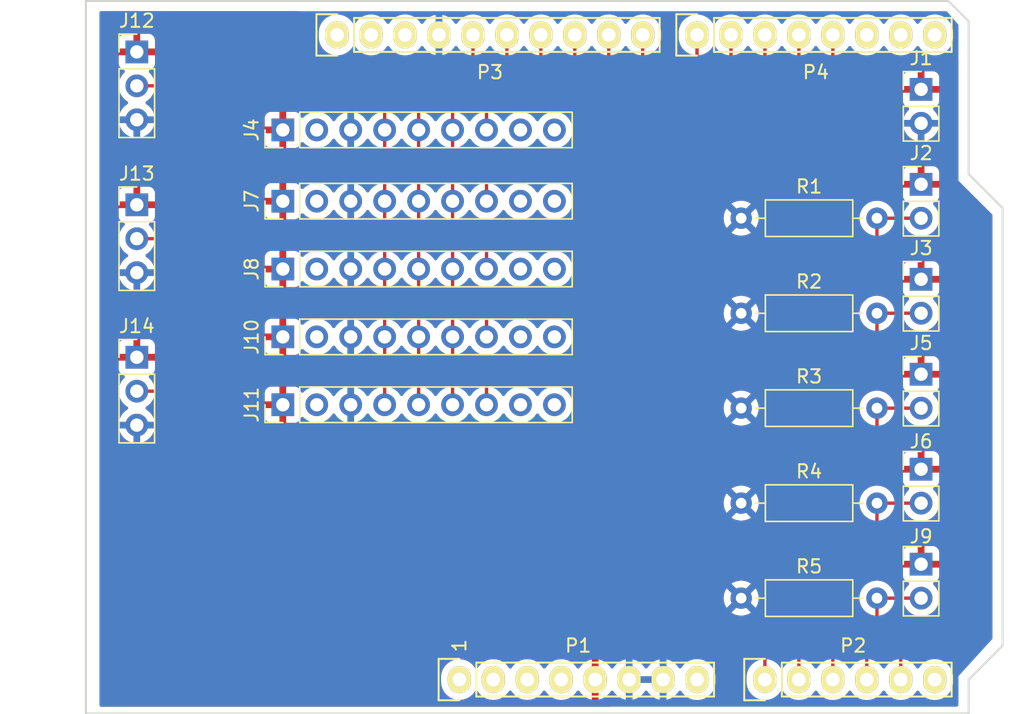
<source format=kicad_pcb>
(kicad_pcb (version 20211014) (generator pcbnew)
  (title_block (date "lun. 30 mars 2015"))
  (layers (0 "F.Cu" signal) (31 "B.Cu" signal) (34 "B.Paste" user) (35 "F.Paste" user) (36 "B.SilkS" user "B.Silkscreen") (37 "F.SilkS" user "F.Silkscreen") (38 "B.Mask" user) (39 "F.Mask" user) (44 "Edge.Cuts" user))
  (net 0 "")
  (net 1 "/IOREF")
  (net 2 "/Reset")
  (net 3 "+5V")
  (net 4 "GND")
  (net 5 "/Vin")
  (net 6 "/A0")
  (net 7 "/A1")
  (net 8 "/A2")
  (net 9 "/A3")
  (net 10 "/AREF")
  (net 11 "/A4(SDA)")
  (net 12 "/A5(SCL)")
  (net 13 "/9(**)")
  (net 14 "/8")
  (net 15 "/7")
  (net 16 "/6(**)")
  (net 17 "/5(**)")
  (net 18 "/4")
  (net 19 "/3(**)")
  (net 20 "/2")
  (net 21 "/1(Tx)")
  (net 22 "/0(Rx)")
  (net 24 "/13(SCK)")
  (net 25 "/11(**{slash}MOSI)")
  (net 26 "/10(**{slash}SS)")
  (net 27 "+3V3")
  (net 28 "/12(MISO)")
  (net 44 "+12V")
  (footprint "Socket_Arduino_Uno:Socket_Strip_Arduino_1x08" (layer "F.Cu") (at 138.938 123.825)
    (fp_text reference "P1" (at 8.89 -2.54) (layer "F.SilkS"))
    (fp_text value "Power")
    (fp_line (start 19.05 1.27) (end 19.05 -1.27) (layer "F.SilkS") (width 0.15))
    (fp_line (start 1.27 1.27) (end 19.05 1.27) (layer "F.SilkS") (width 0.15))
    (fp_line (start 19.05 -1.27) (end 1.27 -1.27) (layer "F.SilkS") (width 0.15))
    (fp_line (start 0 -1.55) (end -1.55 -1.55) (layer "F.SilkS") (width 0.15))
    (fp_line (start -1.55 -1.55) (end -1.55 1.55) (layer "F.SilkS") (width 0.15))
    (fp_line (start -1.55 1.55) (end 0 1.55) (layer "F.SilkS") (width 0.15))
    (fp_line (start 1.27 1.27) (end 1.27 -1.27) (layer "F.SilkS") (width 0.15))
    (pad "1" thru_hole oval locked (at 0 0) (size 1.7272 2.032) (drill 1.016) (layers *.Cu *.Mask "F.SilkS"))
    (pad "2" thru_hole oval locked (at 2.54 0) (size 1.7272 2.032) (drill 1.016) (layers *.Cu *.Mask "F.SilkS") (net 1 "/IOREF"))
    (pad "3" thru_hole oval locked (at 5.08 0) (size 1.7272 2.032) (drill 1.016) (layers *.Cu *.Mask "F.SilkS") (net 2 "/Reset"))
    (pad "4" thru_hole oval locked (at 7.62 0) (size 1.7272 2.032) (drill 1.016) (layers *.Cu *.Mask "F.SilkS") (net 27 "+3V3"))
    (pad "5" thru_hole oval locked (at 10.16 0) (size 1.7272 2.032) (drill 1.016) (layers *.Cu *.Mask "F.SilkS") (net 3 "+5V"))
    (pad "6" thru_hole oval locked (at 12.7 0) (size 1.7272 2.032) (drill 1.016) (layers *.Cu *.Mask "F.SilkS") (net 4 "GND"))
    (pad "7" thru_hole oval locked (at 15.24 0) (size 1.7272 2.032) (drill 1.016) (layers *.Cu *.Mask "F.SilkS") (net 4 "GND"))
    (pad "8" thru_hole oval locked (at 17.78 0) (size 1.7272 2.032) (drill 1.016) (layers *.Cu *.Mask "F.SilkS") (net 5 "/Vin"))
  )
  (footprint "Socket_Arduino_Uno:Socket_Strip_Arduino_1x06" (layer "F.Cu") (at 161.798 123.825)
    (fp_text reference "P2" (at 6.604 -2.54) (layer "F.SilkS"))
    (fp_text value "Analog")
    (fp_line (start 1.27 1.27) (end 1.27 -1.27) (layer "F.SilkS") (width 0.15))
    (fp_line (start 0 -1.55) (end -1.55 -1.55) (layer "F.SilkS") (width 0.15))
    (fp_line (start 13.97 -1.27) (end 1.27 -1.27) (layer "F.SilkS") (width 0.15))
    (fp_line (start 1.27 1.27) (end 13.97 1.27) (layer "F.SilkS") (width 0.15))
    (fp_line (start 13.97 1.27) (end 13.97 -1.27) (layer "F.SilkS") (width 0.15))
    (fp_line (start -1.55 -1.55) (end -1.55 1.55) (layer "F.SilkS") (width 0.15))
    (fp_line (start -1.55 1.55) (end 0 1.55) (layer "F.SilkS") (width 0.15))
    (pad "1" thru_hole oval locked (at 0 0) (size 1.7272 2.032) (drill 1.016) (layers *.Cu *.Mask "F.SilkS") (net 6 "/A0"))
    (pad "2" thru_hole oval locked (at 2.54 0) (size 1.7272 2.032) (drill 1.016) (layers *.Cu *.Mask "F.SilkS") (net 7 "/A1"))
    (pad "3" thru_hole oval locked (at 5.08 0) (size 1.7272 2.032) (drill 1.016) (layers *.Cu *.Mask "F.SilkS") (net 8 "/A2"))
    (pad "4" thru_hole oval locked (at 7.62 0) (size 1.7272 2.032) (drill 1.016) (layers *.Cu *.Mask "F.SilkS") (net 9 "/A3"))
    (pad "5" thru_hole oval locked (at 10.16 0) (size 1.7272 2.032) (drill 1.016) (layers *.Cu *.Mask "F.SilkS") (net 11 "/A4(SDA)"))
    (pad "6" thru_hole oval locked (at 12.7 0) (size 1.7272 2.032) (drill 1.016) (layers *.Cu *.Mask "F.SilkS") (net 12 "/A5(SCL)"))
  )
  (footprint "Socket_Arduino_Uno:Socket_Strip_Arduino_1x10" (layer "F.Cu") (at 129.794 75.565)
    (fp_text reference "P3" (at 11.43 2.794) (layer "F.SilkS"))
    (fp_text value "Digital")
    (fp_line (start -1.55 -1.55) (end -1.55 1.55) (layer "F.SilkS") (width 0.15))
    (fp_line (start 1.27 1.27) (end 24.13 1.27) (layer "F.SilkS") (width 0.15))
    (fp_line (start 24.13 1.27) (end 24.13 -1.27) (layer "F.SilkS") (width 0.15))
    (fp_line (start 24.13 -1.27) (end 1.27 -1.27) (layer "F.SilkS") (width 0.15))
    (fp_line (start 0 -1.55) (end -1.55 -1.55) (layer "F.SilkS") (width 0.15))
    (fp_line (start -1.55 1.55) (end 0 1.55) (layer "F.SilkS") (width 0.15))
    (fp_line (start 1.27 1.27) (end 1.27 -1.27) (layer "F.SilkS") (width 0.15))
    (pad "1" thru_hole oval locked (at 0 0) (size 1.7272 2.032) (drill 1.016) (layers *.Cu *.Mask "F.SilkS") (net 12 "/A5(SCL)"))
    (pad "2" thru_hole oval locked (at 2.54 0) (size 1.7272 2.032) (drill 1.016) (layers *.Cu *.Mask "F.SilkS") (net 11 "/A4(SDA)"))
    (pad "3" thru_hole oval locked (at 5.08 0) (size 1.7272 2.032) (drill 1.016) (layers *.Cu *.Mask "F.SilkS") (net 10 "/AREF"))
    (pad "4" thru_hole oval locked (at 7.62 0) (size 1.7272 2.032) (drill 1.016) (layers *.Cu *.Mask "F.SilkS") (net 4 "GND"))
    (pad "5" thru_hole oval locked (at 10.16 0) (size 1.7272 2.032) (drill 1.016) (layers *.Cu *.Mask "F.SilkS") (net 24 "/13(SCK)"))
    (pad "6" thru_hole oval locked (at 12.7 0) (size 1.7272 2.032) (drill 1.016) (layers *.Cu *.Mask "F.SilkS") (net 28 "/12(MISO)"))
    (pad "7" thru_hole oval locked (at 15.24 0) (size 1.7272 2.032) (drill 1.016) (layers *.Cu *.Mask "F.SilkS") (net 25 "/11(**{slash}MOSI)"))
    (pad "8" thru_hole oval locked (at 17.78 0) (size 1.7272 2.032) (drill 1.016) (layers *.Cu *.Mask "F.SilkS") (net 26 "/10(**{slash}SS)"))
    (pad "9" thru_hole oval locked (at 20.32 0) (size 1.7272 2.032) (drill 1.016) (layers *.Cu *.Mask "F.SilkS") (net 13 "/9(**)"))
    (pad "10" thru_hole oval locked (at 22.86 0) (size 1.7272 2.032) (drill 1.016) (layers *.Cu *.Mask "F.SilkS") (net 14 "/8"))
  )
  (footprint "Socket_Arduino_Uno:Socket_Strip_Arduino_1x08" (layer "F.Cu") (at 156.718 75.565)
    (fp_text reference "P4" (at 8.89 2.794) (layer "F.SilkS"))
    (fp_text value "Digital")
    (fp_line (start 19.05 -1.27) (end 1.27 -1.27) (layer "F.SilkS") (width 0.15))
    (fp_line (start -1.55 1.55) (end 0 1.55) (layer "F.SilkS") (width 0.15))
    (fp_line (start 1.27 1.27) (end 19.05 1.27) (layer "F.SilkS") (width 0.15))
    (fp_line (start 1.27 1.27) (end 1.27 -1.27) (layer "F.SilkS") (width 0.15))
    (fp_line (start 0 -1.55) (end -1.55 -1.55) (layer "F.SilkS") (width 0.15))
    (fp_line (start 19.05 1.27) (end 19.05 -1.27) (layer "F.SilkS") (width 0.15))
    (fp_line (start -1.55 -1.55) (end -1.55 1.55) (layer "F.SilkS") (width 0.15))
    (pad "1" thru_hole oval locked (at 0 0) (size 1.7272 2.032) (drill 1.016) (layers *.Cu *.Mask "F.SilkS") (net 15 "/7"))
    (pad "2" thru_hole oval locked (at 2.54 0) (size 1.7272 2.032) (drill 1.016) (layers *.Cu *.Mask "F.SilkS") (net 16 "/6(**)"))
    (pad "3" thru_hole oval locked (at 5.08 0) (size 1.7272 2.032) (drill 1.016) (layers *.Cu *.Mask "F.SilkS") (net 17 "/5(**)"))
    (pad "4" thru_hole oval locked (at 7.62 0) (size 1.7272 2.032) (drill 1.016) (layers *.Cu *.Mask "F.SilkS") (net 18 "/4"))
    (pad "5" thru_hole oval locked (at 10.16 0) (size 1.7272 2.032) (drill 1.016) (layers *.Cu *.Mask "F.SilkS") (net 19 "/3(**)"))
    (pad "6" thru_hole oval locked (at 12.7 0) (size 1.7272 2.032) (drill 1.016) (layers *.Cu *.Mask "F.SilkS") (net 20 "/2"))
    (pad "7" thru_hole oval locked (at 15.24 0) (size 1.7272 2.032) (drill 1.016) (layers *.Cu *.Mask "F.SilkS") (net 21 "/1(Tx)"))
    (pad "8" thru_hole oval locked (at 17.78 0) (size 1.7272 2.032) (drill 1.016) (layers *.Cu *.Mask "F.SilkS") (net 22 "/0(Rx)"))
  )
  (footprint "Connector_PinHeader_2.54mm:PinHeader_1x09_P2.54mm_Vertical" (layer "F.Cu") (at 125.73 93.091 90)
    (fp_text reference "J8" (at 0 -2.33 90) (layer "F.SilkS"))
    (fp_text value "Conn_01x09_Male")
    (fp_line (start -1.33 1.27) (end 1.33 1.27) (layer "F.SilkS") (width 0.12))
    (fp_line (start -1.33 0) (end -1.33 -1.33) (layer "F.SilkS") (width 0.12))
    (fp_line (start -1.33 -1.33) (end 0 -1.33) (layer "F.SilkS") (width 0.12))
    (fp_line (start -1.33 21.65) (end 1.33 21.65) (layer "F.SilkS") (width 0.12))
    (fp_line (start -1.33 1.27) (end -1.33 21.65) (layer "F.SilkS") (width 0.12))
    (fp_line (start 1.33 1.27) (end 1.33 21.65) (layer "F.SilkS") (width 0.12))
    (pad "1" thru_hole rect (at 0 0 90) (size 1.7 1.7) (drill 1) (layers *.Cu *.Mask) (net 3 "+5V"))
    (pad "2" thru_hole oval (at 0 2.54 90) (size 1.7 1.7) (drill 1) (layers *.Cu *.Mask))
    (pad "3" thru_hole oval (at 0 5.08 90) (size 1.7 1.7) (drill 1) (layers *.Cu *.Mask) (net 4 "GND"))
    (pad "4" thru_hole oval (at 0 7.62 90) (size 1.7 1.7) (drill 1) (layers *.Cu *.Mask) (net 24 "/13(SCK)"))
    (pad "5" thru_hole oval (at 0 10.16 90) (size 1.7 1.7) (drill 1) (layers *.Cu *.Mask) (net 28 "/12(MISO)"))
    (pad "6" thru_hole oval (at 0 12.7 90) (size 1.7 1.7) (drill 1) (layers *.Cu *.Mask) (net 25 "/11(**{slash}MOSI)"))
    (pad "7" thru_hole oval (at 0 15.24 90) (size 1.7 1.7) (drill 1) (layers *.Cu *.Mask) (net 14 "/8"))
    (pad "8" thru_hole oval (at 0 17.78 90) (size 1.7 1.7) (drill 1) (layers *.Cu *.Mask))
    (pad "9" thru_hole oval (at 0 20.32 90) (size 1.7 1.7) (drill 1) (layers *.Cu *.Mask))
  )
  (footprint "Connector_PinHeader_2.54mm:PinHeader_1x03_P2.54mm_Vertical" (layer "F.Cu") (at 114.808 76.835)
    (fp_text reference "J12" (at 0 -2.33) (layer "F.SilkS"))
    (fp_text value "Conn_01x03_Female")
    (fp_line (start -1.33 6.41) (end 1.33 6.41) (layer "F.SilkS") (width 0.12))
    (fp_line (start -1.33 1.27) (end 1.33 1.27) (layer "F.SilkS") (width 0.12))
    (fp_line (start -1.33 1.27) (end -1.33 6.41) (layer "F.SilkS") (width 0.12))
    (fp_line (start -1.33 0) (end -1.33 -1.33) (layer "F.SilkS") (width 0.12))
    (fp_line (start -1.33 -1.33) (end 0 -1.33) (layer "F.SilkS") (width 0.12))
    (fp_line (start 1.33 1.27) (end 1.33 6.41) (layer "F.SilkS") (width 0.12))
    (pad "1" thru_hole rect (at 0 0) (size 1.7 1.7) (drill 1) (layers *.Cu *.Mask) (net 3 "+5V"))
    (pad "2" thru_hole oval (at 0 2.54) (size 1.7 1.7) (drill 1) (layers *.Cu *.Mask) (net 17 "/5(**)"))
    (pad "3" thru_hole oval (at 0 5.08) (size 1.7 1.7) (drill 1) (layers *.Cu *.Mask) (net 4 "GND"))
  )
  (footprint "Connector_PinHeader_2.54mm:PinHeader_1x02_P2.54mm_Vertical" (layer "F.Cu") (at 173.482 86.746)
    (fp_text reference "J2" (at 0 -2.33) (layer "F.SilkS"))
    (fp_text value "Conn_01x02_Male")
    (fp_line (start -1.33 -1.33) (end 0 -1.33) (layer "F.SilkS") (width 0.12))
    (fp_line (start -1.33 3.87) (end 1.33 3.87) (layer "F.SilkS") (width 0.12))
    (fp_line (start -1.33 0) (end -1.33 -1.33) (layer "F.SilkS") (width 0.12))
    (fp_line (start -1.33 1.27) (end -1.33 3.87) (layer "F.SilkS") (width 0.12))
    (fp_line (start 1.33 1.27) (end 1.33 3.87) (layer "F.SilkS") (width 0.12))
    (fp_line (start -1.33 1.27) (end 1.33 1.27) (layer "F.SilkS") (width 0.12))
    (pad "1" thru_hole rect (at 0 0) (size 1.7 1.7) (drill 1) (layers *.Cu *.Mask) (net 44 "+12V"))
    (pad "2" thru_hole oval (at 0 2.54) (size 1.7 1.7) (drill 1) (layers *.Cu *.Mask) (net 6 "/A0"))
  )
  (footprint "Connector_PinHeader_2.54mm:PinHeader_1x09_P2.54mm_Vertical" (layer "F.Cu") (at 125.73 88.011 90)
    (fp_text reference "J7" (at 0 -2.33 90) (layer "F.SilkS"))
    (fp_text value "Conn_01x09_Male")
    (fp_line (start -1.33 -1.33) (end 0 -1.33) (layer "F.SilkS") (width 0.12))
    (fp_line (start 1.33 1.27) (end 1.33 21.65) (layer "F.SilkS") (width 0.12))
    (fp_line (start -1.33 1.27) (end -1.33 21.65) (layer "F.SilkS") (width 0.12))
    (fp_line (start -1.33 21.65) (end 1.33 21.65) (layer "F.SilkS") (width 0.12))
    (fp_line (start -1.33 1.27) (end 1.33 1.27) (layer "F.SilkS") (width 0.12))
    (fp_line (start -1.33 0) (end -1.33 -1.33) (layer "F.SilkS") (width 0.12))
    (pad "1" thru_hole rect (at 0 0 90) (size 1.7 1.7) (drill 1) (layers *.Cu *.Mask) (net 3 "+5V"))
    (pad "2" thru_hole oval (at 0 2.54 90) (size 1.7 1.7) (drill 1) (layers *.Cu *.Mask))
    (pad "3" thru_hole oval (at 0 5.08 90) (size 1.7 1.7) (drill 1) (layers *.Cu *.Mask) (net 4 "GND"))
    (pad "4" thru_hole oval (at 0 7.62 90) (size 1.7 1.7) (drill 1) (layers *.Cu *.Mask) (net 24 "/13(SCK)"))
    (pad "5" thru_hole oval (at 0 10.16 90) (size 1.7 1.7) (drill 1) (layers *.Cu *.Mask) (net 28 "/12(MISO)"))
    (pad "6" thru_hole oval (at 0 12.7 90) (size 1.7 1.7) (drill 1) (layers *.Cu *.Mask) (net 25 "/11(**{slash}MOSI)"))
    (pad "7" thru_hole oval (at 0 15.24 90) (size 1.7 1.7) (drill 1) (layers *.Cu *.Mask) (net 13 "/9(**)"))
    (pad "8" thru_hole oval (at 0 17.78 90) (size 1.7 1.7) (drill 1) (layers *.Cu *.Mask))
    (pad "9" thru_hole oval (at 0 20.32 90) (size 1.7 1.7) (drill 1) (layers *.Cu *.Mask))
  )
  (footprint "Connector_PinHeader_2.54mm:PinHeader_1x02_P2.54mm_Vertical" (layer "F.Cu") (at 173.482 93.858)
    (fp_text reference "J3" (at 0 -2.33) (layer "F.SilkS"))
    (fp_text value "Conn_01x02_Male")
    (fp_line (start -1.33 1.27) (end -1.33 3.87) (layer "F.SilkS") (width 0.12))
    (fp_line (start -1.33 3.87) (end 1.33 3.87) (layer "F.SilkS") (width 0.12))
    (fp_line (start -1.33 1.27) (end 1.33 1.27) (layer "F.SilkS") (width 0.12))
    (fp_line (start 1.33 1.27) (end 1.33 3.87) (layer "F.SilkS") (width 0.12))
    (fp_line (start -1.33 -1.33) (end 0 -1.33) (layer "F.SilkS") (width 0.12))
    (fp_line (start -1.33 0) (end -1.33 -1.33) (layer "F.SilkS") (width 0.12))
    (pad "1" thru_hole rect (at 0 0) (size 1.7 1.7) (drill 1) (layers *.Cu *.Mask) (net 44 "+12V"))
    (pad "2" thru_hole oval (at 0 2.54) (size 1.7 1.7) (drill 1) (layers *.Cu *.Mask) (net 7 "/A1"))
  )
  (footprint "Connector_PinHeader_2.54mm:PinHeader_1x09_P2.54mm_Vertical" (layer "F.Cu") (at 125.73 98.171 90)
    (fp_text reference "J10" (at 0 -2.33 90) (layer "F.SilkS"))
    (fp_text value "Conn_01x09_Male")
    (fp_line (start -1.33 1.27) (end 1.33 1.27) (layer "F.SilkS") (width 0.12))
    (fp_line (start -1.33 1.27) (end -1.33 21.65) (layer "F.SilkS") (width 0.12))
    (fp_line (start -1.33 21.65) (end 1.33 21.65) (layer "F.SilkS") (width 0.12))
    (fp_line (start -1.33 -1.33) (end 0 -1.33) (layer "F.SilkS") (width 0.12))
    (fp_line (start 1.33 1.27) (end 1.33 21.65) (layer "F.SilkS") (width 0.12))
    (fp_line (start -1.33 0) (end -1.33 -1.33) (layer "F.SilkS") (width 0.12))
    (pad "1" thru_hole rect (at 0 0 90) (size 1.7 1.7) (drill 1) (layers *.Cu *.Mask) (net 3 "+5V"))
    (pad "2" thru_hole oval (at 0 2.54 90) (size 1.7 1.7) (drill 1) (layers *.Cu *.Mask))
    (pad "3" thru_hole oval (at 0 5.08 90) (size 1.7 1.7) (drill 1) (layers *.Cu *.Mask) (net 4 "GND"))
    (pad "4" thru_hole oval (at 0 7.62 90) (size 1.7 1.7) (drill 1) (layers *.Cu *.Mask) (net 24 "/13(SCK)"))
    (pad "5" thru_hole oval (at 0 10.16 90) (size 1.7 1.7) (drill 1) (layers *.Cu *.Mask) (net 28 "/12(MISO)"))
    (pad "6" thru_hole oval (at 0 12.7 90) (size 1.7 1.7) (drill 1) (layers *.Cu *.Mask) (net 25 "/11(**{slash}MOSI)"))
    (pad "7" thru_hole oval (at 0 15.24 90) (size 1.7 1.7) (drill 1) (layers *.Cu *.Mask) (net 15 "/7"))
    (pad "8" thru_hole oval (at 0 17.78 90) (size 1.7 1.7) (drill 1) (layers *.Cu *.Mask))
    (pad "9" thru_hole oval (at 0 20.32 90) (size 1.7 1.7) (drill 1) (layers *.Cu *.Mask))
  )
  (footprint "Connector_PinHeader_2.54mm:PinHeader_1x02_P2.54mm_Vertical" (layer "F.Cu") (at 173.482 108.077)
    (fp_text reference "J6" (at 0 -2.081) (layer "F.SilkS"))
    (fp_text value "Conn_01x02_Male")
    (fp_line (start -1.33 1.27) (end 1.33 1.27) (layer "F.SilkS") (width 0.12))
    (fp_line (start 1.33 1.27) (end 1.33 3.87) (layer "F.SilkS") (width 0.12))
    (fp_line (start -1.33 3.87) (end 1.33 3.87) (layer "F.SilkS") (width 0.12))
    (fp_line (start -1.33 -1.33) (end 0 -1.33) (layer "F.SilkS") (width 0.12))
    (fp_line (start -1.33 0) (end -1.33 -1.33) (layer "F.SilkS") (width 0.12))
    (fp_line (start -1.33 1.27) (end -1.33 3.87) (layer "F.SilkS") (width 0.12))
    (pad "1" thru_hole rect (at 0 0) (size 1.7 1.7) (drill 1) (layers *.Cu *.Mask) (net 44 "+12V"))
    (pad "2" thru_hole oval (at 0 2.54) (size 1.7 1.7) (drill 1) (layers *.Cu *.Mask) (net 9 "/A3"))
  )
  (footprint "Connector_PinHeader_2.54mm:PinHeader_1x03_P2.54mm_Vertical" (layer "F.Cu") (at 114.808 99.695)
    (fp_text reference "J14" (at 0 -2.33) (layer "F.SilkS"))
    (fp_text value "Conn_01x03_Female")
    (fp_line (start -1.33 1.27) (end 1.33 1.27) (layer "F.SilkS") (width 0.12))
    (fp_line (start -1.33 6.41) (end 1.33 6.41) (layer "F.SilkS") (width 0.12))
    (fp_line (start -1.33 -1.33) (end 0 -1.33) (layer "F.SilkS") (width 0.12))
    (fp_line (start 1.33 1.27) (end 1.33 6.41) (layer "F.SilkS") (width 0.12))
    (fp_line (start -1.33 0) (end -1.33 -1.33) (layer "F.SilkS") (width 0.12))
    (fp_line (start -1.33 1.27) (end -1.33 6.41) (layer "F.SilkS") (width 0.12))
    (pad "1" thru_hole rect (at 0 0) (size 1.7 1.7) (drill 1) (layers *.Cu *.Mask) (net 3 "+5V"))
    (pad "2" thru_hole oval (at 0 2.54) (size 1.7 1.7) (drill 1) (layers *.Cu *.Mask) (net 19 "/3(**)"))
    (pad "3" thru_hole oval (at 0 5.08) (size 1.7 1.7) (drill 1) (layers *.Cu *.Mask) (net 4 "GND"))
  )
  (footprint "Connector_PinHeader_2.54mm:PinHeader_1x02_P2.54mm_Vertical" (layer "F.Cu") (at 173.482 115.189)
    (fp_text reference "J9" (at 0 -2.081) (layer "F.SilkS"))
    (fp_text value "Conn_01x02_Male")
    (fp_line (start -1.33 -1.33) (end 0 -1.33) (layer "F.SilkS") (width 0.12))
    (fp_line (start -1.33 1.27) (end 1.33 1.27) (layer "F.SilkS") (width 0.12))
    (fp_line (start -1.33 0) (end -1.33 -1.33) (layer "F.SilkS") (width 0.12))
    (fp_line (start -1.33 3.87) (end 1.33 3.87) (layer "F.SilkS") (width 0.12))
    (fp_line (start -1.33 1.27) (end -1.33 3.87) (layer "F.SilkS") (width 0.12))
    (fp_line (start 1.33 1.27) (end 1.33 3.87) (layer "F.SilkS") (width 0.12))
    (pad "1" thru_hole rect (at 0 0) (size 1.7 1.7) (drill 1) (layers *.Cu *.Mask) (net 44 "+12V"))
    (pad "2" thru_hole oval (at 0 2.54) (size 1.7 1.7) (drill 1) (layers *.Cu *.Mask) (net 11 "/A4(SDA)"))
  )
  (footprint "Resistor_THT:R_Axial_DIN0207_L6.3mm_D2.5mm_P10.16mm_Horizontal" (layer "F.Cu") (at 160.02 117.729)
    (fp_text reference "R5" (at 5.08 -2.37) (layer "F.SilkS"))
    (fp_text value "R")
    (fp_line (start 8.35 1.37) (end 8.35 -1.37) (layer "F.SilkS") (width 0.12))
    (fp_line (start 1.81 1.37) (end 8.35 1.37) (layer "F.SilkS") (width 0.12))
    (fp_line (start 8.35 -1.37) (end 1.81 -1.37) (layer "F.SilkS") (width 0.12))
    (fp_line (start 9.12 0) (end 8.35 0) (layer "F.SilkS") (width 0.12))
    (fp_line (start 1.04 0) (end 1.81 0) (layer "F.SilkS") (width 0.12))
    (fp_line (start 1.81 -1.37) (end 1.81 1.37) (layer "F.SilkS") (width 0.12))
    (pad "1" thru_hole circle (at 0 0) (size 1.6 1.6) (drill 0.8) (layers *.Cu *.Mask) (net 4 "GND"))
    (pad "2" thru_hole oval (at 10.16 0) (size 1.6 1.6) (drill 0.8) (layers *.Cu *.Mask) (net 11 "/A4(SDA)"))
  )
  (footprint "Connector_PinHeader_2.54mm:PinHeader_1x03_P2.54mm_Vertical" (layer "F.Cu") (at 114.808 88.28)
    (fp_text reference "J13" (at 0 -2.33) (layer "F.SilkS"))
    (fp_text value "Conn_01x03_Female")
    (fp_line (start -1.33 6.41) (end 1.33 6.41) (layer "F.SilkS") (width 0.12))
    (fp_line (start 1.33 1.27) (end 1.33 6.41) (layer "F.SilkS") (width 0.12))
    (fp_line (start -1.33 -1.33) (end 0 -1.33) (layer "F.SilkS") (width 0.12))
    (fp_line (start -1.33 0) (end -1.33 -1.33) (layer "F.SilkS") (width 0.12))
    (fp_line (start -1.33 1.27) (end -1.33 6.41) (layer "F.SilkS") (width 0.12))
    (fp_line (start -1.33 1.27) (end 1.33 1.27) (layer "F.SilkS") (width 0.12))
    (pad "1" thru_hole rect (at 0 0) (size 1.7 1.7) (drill 1) (layers *.Cu *.Mask) (net 3 "+5V"))
    (pad "2" thru_hole oval (at 0 2.54) (size 1.7 1.7) (drill 1) (layers *.Cu *.Mask) (net 18 "/4"))
    (pad "3" thru_hole oval (at 0 5.08) (size 1.7 1.7) (drill 1) (layers *.Cu *.Mask) (net 4 "GND"))
  )
  (footprint "Connector_PinHeader_2.54mm:PinHeader_1x02_P2.54mm_Vertical" (layer "F.Cu") (at 173.482 100.965)
    (fp_text reference "J5" (at 0 -2.33) (layer "F.SilkS"))
    (fp_text value "Conn_01x02_Male")
    (fp_line (start -1.33 1.27) (end -1.33 3.87) (layer "F.SilkS") (width 0.12))
    (fp_line (start -1.33 0) (end -1.33 -1.33) (layer "F.SilkS") (width 0.12))
    (fp_line (start 1.33 1.27) (end 1.33 3.87) (layer "F.SilkS") (width 0.12))
    (fp_line (start -1.33 1.27) (end 1.33 1.27) (layer "F.SilkS") (width 0.12))
    (fp_line (start -1.33 3.87) (end 1.33 3.87) (layer "F.SilkS") (width 0.12))
    (fp_line (start -1.33 -1.33) (end 0 -1.33) (layer "F.SilkS") (width 0.12))
    (pad "1" thru_hole rect (at 0 0) (size 1.7 1.7) (drill 1) (layers *.Cu *.Mask) (net 44 "+12V"))
    (pad "2" thru_hole oval (at 0 2.54) (size 1.7 1.7) (drill 1) (layers *.Cu *.Mask) (net 8 "/A2"))
  )
  (footprint "Resistor_THT:R_Axial_DIN0207_L6.3mm_D2.5mm_P10.16mm_Horizontal" (layer "F.Cu") (at 160.02 110.617)
    (fp_text reference "R4" (at 5.08 -2.37) (layer "F.SilkS"))
    (fp_text value "R")
    (fp_line (start 1.04 0) (end 1.81 0) (layer "F.SilkS") (width 0.12))
    (fp_line (start 8.35 1.37) (end 8.35 -1.37) (layer "F.SilkS") (width 0.12))
    (fp_line (start 1.81 -1.37) (end 1.81 1.37) (layer "F.SilkS") (width 0.12))
    (fp_line (start 8.35 -1.37) (end 1.81 -1.37) (layer "F.SilkS") (width 0.12))
    (fp_line (start 9.12 0) (end 8.35 0) (layer "F.SilkS") (width 0.12))
    (fp_line (start 1.81 1.37) (end 8.35 1.37) (layer "F.SilkS") (width 0.12))
    (pad "1" thru_hole circle (at 0 0) (size 1.6 1.6) (drill 0.8) (layers *.Cu *.Mask) (net 4 "GND"))
    (pad "2" thru_hole oval (at 10.16 0) (size 1.6 1.6) (drill 0.8) (layers *.Cu *.Mask) (net 9 "/A3"))
  )
  (footprint "Resistor_THT:R_Axial_DIN0207_L6.3mm_D2.5mm_P10.16mm_Horizontal" (layer "F.Cu") (at 160.02 103.505)
    (fp_text reference "R3" (at 5.08 -2.37) (layer "F.SilkS"))
    (fp_text value "R")
    (fp_line (start 1.81 -1.37) (end 1.81 1.37) (layer "F.SilkS") (width 0.12))
    (fp_line (start 8.35 1.37) (end 8.35 -1.37) (layer "F.SilkS") (width 0.12))
    (fp_line (start 1.04 0) (end 1.81 0) (layer "F.SilkS") (width 0.12))
    (fp_line (start 8.35 -1.37) (end 1.81 -1.37) (layer "F.SilkS") (width 0.12))
    (fp_line (start 9.12 0) (end 8.35 0) (layer "F.SilkS") (width 0.12))
    (fp_line (start 1.81 1.37) (end 8.35 1.37) (layer "F.SilkS") (width 0.12))
    (pad "1" thru_hole circle (at 0 0) (size 1.6 1.6) (drill 0.8) (layers *.Cu *.Mask) (net 4 "GND"))
    (pad "2" thru_hole oval (at 10.16 0) (size 1.6 1.6) (drill 0.8) (layers *.Cu *.Mask) (net 8 "/A2"))
  )
  (footprint "Resistor_THT:R_Axial_DIN0207_L6.3mm_D2.5mm_P10.16mm_Horizontal" (layer "F.Cu") (at 160.02 96.403)
    (fp_text reference "R2" (at 5.08 -2.37) (layer "F.SilkS"))
    (fp_text value "R")
    (fp_line (start 1.04 0) (end 1.81 0) (layer "F.SilkS") (width 0.12))
    (fp_line (start 1.81 -1.37) (end 1.81 1.37) (layer "F.SilkS") (width 0.12))
    (fp_line (start 9.12 0) (end 8.35 0) (layer "F.SilkS") (width 0.12))
    (fp_line (start 8.35 -1.37) (end 1.81 -1.37) (layer "F.SilkS") (width 0.12))
    (fp_line (start 8.35 1.37) (end 8.35 -1.37) (layer "F.SilkS") (width 0.12))
    (fp_line (start 1.81 1.37) (end 8.35 1.37) (layer "F.SilkS") (width 0.12))
    (pad "1" thru_hole circle (at 0 0) (size 1.6 1.6) (drill 0.8) (layers *.Cu *.Mask) (net 4 "GND"))
    (pad "2" thru_hole oval (at 10.16 0) (size 1.6 1.6) (drill 0.8) (layers *.Cu *.Mask) (net 7 "/A1"))
  )
  (footprint "Connector_PinHeader_2.54mm:PinHeader_1x09_P2.54mm_Vertical" (layer "F.Cu") (at 125.73 82.677 90)
    (fp_text reference "J4" (at 0 -2.33 90) (layer "F.SilkS"))
    (fp_text value "Conn_01x09_Male")
    (fp_line (start -1.33 0) (end -1.33 -1.33) (layer "F.SilkS") (width 0.12))
    (fp_line (start -1.33 1.27) (end 1.33 1.27) (layer "F.SilkS") (width 0.12))
    (fp_line (start 1.33 1.27) (end 1.33 21.65) (layer "F.SilkS") (width 0.12))
    (fp_line (start -1.33 -1.33) (end 0 -1.33) (layer "F.SilkS") (width 0.12))
    (fp_line (start -1.33 1.27) (end -1.33 21.65) (layer "F.SilkS") (width 0.12))
    (fp_line (start -1.33 21.65) (end 1.33 21.65) (layer "F.SilkS") (width 0.12))
    (pad "1" thru_hole rect (at 0 0 90) (size 1.7 1.7) (drill 1) (layers *.Cu *.Mask) (net 3 "+5V"))
    (pad "2" thru_hole oval (at 0 2.54 90) (size 1.7 1.7) (drill 1) (layers *.Cu *.Mask))
    (pad "3" thru_hole oval (at 0 5.08 90) (size 1.7 1.7) (drill 1) (layers *.Cu *.Mask) (net 4 "GND"))
    (pad "4" thru_hole oval (at 0 7.62 90) (size 1.7 1.7) (drill 1) (layers *.Cu *.Mask) (net 24 "/13(SCK)"))
    (pad "5" thru_hole oval (at 0 10.16 90) (size 1.7 1.7) (drill 1) (layers *.Cu *.Mask) (net 28 "/12(MISO)"))
    (pad "6" thru_hole oval (at 0 12.7 90) (size 1.7 1.7) (drill 1) (layers *.Cu *.Mask) (net 25 "/11(**{slash}MOSI)"))
    (pad "7" thru_hole oval (at 0 15.24 90) (size 1.7 1.7) (drill 1) (layers *.Cu *.Mask) (net 26 "/10(**{slash}SS)"))
    (pad "8" thru_hole oval (at 0 17.78 90) (size 1.7 1.7) (drill 1) (layers *.Cu *.Mask))
    (pad "9" thru_hole oval (at 0 20.32 90) (size 1.7 1.7) (drill 1) (layers *.Cu *.Mask))
  )
  (footprint "Resistor_THT:R_Axial_DIN0207_L6.3mm_D2.5mm_P10.16mm_Horizontal" (layer "F.Cu") (at 160.02 89.286)
    (fp_text reference "R1" (at 5.08 -2.37) (layer "F.SilkS"))
    (fp_text value "R")
    (fp_line (start 8.35 1.37) (end 8.35 -1.37) (layer "F.SilkS") (width 0.12))
    (fp_line (start 1.81 -1.37) (end 1.81 1.37) (layer "F.SilkS") (width 0.12))
    (fp_line (start 1.04 0) (end 1.81 0) (layer "F.SilkS") (width 0.12))
    (fp_line (start 1.81 1.37) (end 8.35 1.37) (layer "F.SilkS") (width 0.12))
    (fp_line (start 9.12 0) (end 8.35 0) (layer "F.SilkS") (width 0.12))
    (fp_line (start 8.35 -1.37) (end 1.81 -1.37) (layer "F.SilkS") (width 0.12))
    (pad "1" thru_hole circle (at 0 0) (size 1.6 1.6) (drill 0.8) (layers *.Cu *.Mask) (net 4 "GND"))
    (pad "2" thru_hole oval (at 10.16 0) (size 1.6 1.6) (drill 0.8) (layers *.Cu *.Mask) (net 6 "/A0"))
  )
  (footprint "Connector_PinHeader_2.54mm:PinHeader_1x09_P2.54mm_Vertical" (layer "F.Cu") (at 125.73 103.251 90)
    (fp_text reference "J11" (at 0 -2.33 90) (layer "F.SilkS"))
    (fp_text value "Conn_01x09_Male")
    (fp_line (start -1.33 -1.33) (end 0 -1.33) (layer "F.SilkS") (width 0.12))
    (fp_line (start -1.33 0) (end -1.33 -1.33) (layer "F.SilkS") (width 0.12))
    (fp_line (start -1.33 21.65) (end 1.33 21.65) (layer "F.SilkS") (width 0.12))
    (fp_line (start 1.33 1.27) (end 1.33 21.65) (layer "F.SilkS") (width 0.12))
    (fp_line (start -1.33 1.27) (end 1.33 1.27) (layer "F.SilkS") (width 0.12))
    (fp_line (start -1.33 1.27) (end -1.33 21.65) (layer "F.SilkS") (width 0.12))
    (pad "1" thru_hole rect (at 0 0 90) (size 1.7 1.7) (drill 1) (layers *.Cu *.Mask) (net 3 "+5V"))
    (pad "2" thru_hole oval (at 0 2.54 90) (size 1.7 1.7) (drill 1) (layers *.Cu *.Mask))
    (pad "3" thru_hole oval (at 0 5.08 90) (size 1.7 1.7) (drill 1) (layers *.Cu *.Mask) (net 4 "GND"))
    (pad "4" thru_hole oval (at 0 7.62 90) (size 1.7 1.7) (drill 1) (layers *.Cu *.Mask) (net 24 "/13(SCK)"))
    (pad "5" thru_hole oval (at 0 10.16 90) (size 1.7 1.7) (drill 1) (layers *.Cu *.Mask) (net 28 "/12(MISO)"))
    (pad "6" thru_hole oval (at 0 12.7 90) (size 1.7 1.7) (drill 1) (layers *.Cu *.Mask) (net 25 "/11(**{slash}MOSI)"))
    (pad "7" thru_hole oval (at 0 15.24 90) (size 1.7 1.7) (drill 1) (layers *.Cu *.Mask) (net 16 "/6(**)"))
    (pad "8" thru_hole oval (at 0 17.78 90) (size 1.7 1.7) (drill 1) (layers *.Cu *.Mask))
    (pad "9" thru_hole oval (at 0 20.32 90) (size 1.7 1.7) (drill 1) (layers *.Cu *.Mask))
  )
  (footprint "Connector_PinHeader_2.54mm:PinHeader_1x02_P2.54mm_Vertical" (layer "F.Cu") (at 173.482 79.639)
    (fp_text reference "J1" (at 0 -2.33) (layer "F.SilkS"))
    (fp_text value "Conn_01x02_Female")
    (fp_line (start -1.33 0) (end -1.33 -1.33) (layer "F.SilkS") (width 0.12))
    (fp_line (start -1.33 1.27) (end 1.33 1.27) (layer "F.SilkS") (width 0.12))
    (fp_line (start -1.33 -1.33) (end 0 -1.33) (layer "F.SilkS") (width 0.12))
    (fp_line (start -1.33 3.87) (end 1.33 3.87) (layer "F.SilkS") (width 0.12))
    (fp_line (start -1.33 1.27) (end -1.33 3.87) (layer "F.SilkS") (width 0.12))
    (fp_line (start 1.33 1.27) (end 1.33 3.87) (layer "F.SilkS") (width 0.12))
    (pad "1" thru_hole rect (at 0 0) (size 1.7 1.7) (drill 1) (layers *.Cu *.Mask) (net 44 "+12V"))
    (pad "2" thru_hole oval (at 0 2.54) (size 1.7 1.7) (drill 1) (layers *.Cu *.Mask) (net 4 "GND"))
  )
  (gr_line (start 179.578 88.519) (end 177.038 85.979) (layer "Edge.Cuts") (width 0.15))
  (gr_line (start 177.038 126.365) (end 177.038 123.825) (layer "Edge.Cuts") (width 0.15))
  (gr_line (start 177.038 74.549) (end 175.514 73.025) (layer "Edge.Cuts") (width 0.15))
  (gr_line (start 177.038 123.825) (end 179.578 121.285) (layer "Edge.Cuts") (width 0.15))
  (gr_line (start 110.998 73.025) (end 110.998 126.365) (layer "Edge.Cuts") (width 0.15))
  (gr_line (start 179.578 121.285) (end 179.578 88.519) (layer "Edge.Cuts") (width 0.15))
  (gr_line (start 110.998 126.365) (end 177.038 126.365) (layer "Edge.Cuts") (width 0.15))
  (gr_line (start 175.514 73.025) (end 110.998 73.025) (layer "Edge.Cuts") (width 0.15))
  (gr_line (start 177.038 85.979) (end 177.038 74.549) (layer "Edge.Cuts") (width 0.15))
  (gr_text "1" (at 138.938 121.285 90) (layer "F.SilkS") (effects (font (size 1 1))))
  (segment (start 114.808 88.28) (end 114.793 88.28) (width 0.25) (layer "F.Cu") (net 3))
  (segment (start 161.798 122.047) (end 161.798 123.825) (width 0.25) (layer "F.Cu") (net 6))
  (segment (start 170.18 91.821) (end 164.084 97.917) (width 0.25) (layer "F.Cu") (net 6))
  (segment (start 170.18 89.286) (end 170.18 91.821) (width 0.25) (layer "F.Cu") (net 6))
  (segment (start 173.482 89.286) (end 170.18 89.286) (width 0.25) (layer "F.Cu") (net 6))
  (segment (start 164.084 97.917) (end 164.084 119.761) (width 0.25) (layer "F.Cu") (net 6))
  (segment (start 164.084 119.761) (end 161.798 122.047) (width 0.25) (layer "F.Cu") (net 6))
  (segment (start 170.18 98.933) (end 165.608 103.505) (width 0.25) (layer "F.Cu") (net 7))
  (segment (start 165.608 120.777) (end 164.338 122.047) (width 0.25) (layer "F.Cu") (net 7))
  (segment (start 165.608 103.505) (end 165.608 120.777) (width 0.25) (layer "F.Cu") (net 7))
  (segment (start 170.18 96.403) (end 170.18 98.933) (width 0.25) (layer "F.Cu") (net 7))
  (segment (start 164.338 122.047) (end 164.338 123.825) (width 0.25) (layer "F.Cu") (net 7))
  (segment (start 170.185 96.398) (end 170.18 96.403) (width 0.25) (layer "F.Cu") (net 7))
  (segment (start 173.482 96.398) (end 170.185 96.398) (width 0.25) (layer "F.Cu") (net 7))
  (segment (start 167.132 121.793) (end 166.878 122.047) (width 0.25) (layer "F.Cu") (net 8))
  (segment (start 170.18 106.045) (end 167.132 109.093) (width 0.25) (layer "F.Cu") (net 8))
  (segment (start 170.18 103.505) (end 170.18 106.045) (width 0.25) (layer "F.Cu") (net 8))
  (segment (start 173.482 103.505) (end 170.18 103.505) (width 0.25) (layer "F.Cu") (net 8))
  (segment (start 166.878 122.047) (end 166.878 123.825) (width 0.25) (layer "F.Cu") (net 8))
  (segment (start 167.132 109.093) (end 167.132 121.793) (width 0.25) (layer "F.Cu") (net 8))
  (segment (start 168.656 121.285) (end 168.656 114.64925) (width 0.25) (layer "F.Cu") (net 9))
  (segment (start 168.656 114.64925) (end 170.18 113.12525) (width 0.25) (layer "F.Cu") (net 9))
  (segment (start 169.418 122.047) (end 168.656 121.285) (width 0.25) (layer "F.Cu") (net 9))
  (segment (start 170.18 113.12525) (end 170.18 110.617) (width 0.25) (layer "F.Cu") (net 9))
  (segment (start 173.482 110.617) (end 170.18 110.617) (width 0.25) (layer "F.Cu") (net 9))
  (segment (start 169.418 123.825) (end 169.418 122.047) (width 0.25) (layer "F.Cu") (net 9))
  (segment (start 170.18 120.269) (end 170.18 117.729) (width 0.25) (layer "F.Cu") (net 11))
  (segment (start 171.958 122.047) (end 170.18 120.269) (width 0.25) (layer "F.Cu") (net 11))
  (segment (start 171.958 123.825) (end 171.958 122.047) (width 0.25) (layer "F.Cu") (net 11))
  (segment (start 173.482 117.729) (end 170.18 117.729) (width 0.25) (layer "F.Cu") (net 11))
  (segment (start 149.098 83.693) (end 149.098 80.137) (width 0.25) (layer "F.Cu") (net 13))
  (segment (start 147.32 85.471) (end 149.098 83.693) (width 0.25) (layer "F.Cu") (net 13))
  (segment (start 140.97 86.233) (end 141.732 85.471) (width 0.25) (layer "F.Cu") (net 13))
  (segment (start 149.098 80.137) (end 150.114 79.121) (width 0.25) (layer "F.Cu") (net 13))
  (segment (start 141.732 85.471) (end 147.32 85.471) (width 0.25) (layer "F.Cu") (net 13))
  (segment (start 140.97 88.011) (end 140.97 86.233) (width 0.25) (layer "F.Cu") (net 13))
  (segment (start 150.114 79.121) (end 150.114 75.565) (width 0.25) (layer "F.Cu") (net 13))
  (segment (start 152.654 77.597) (end 152.654 75.565) (width 0.25) (layer "F.Cu") (net 14))
  (segment (start 141.732 90.551) (end 147.574 90.551) (width 0.25) (layer "F.Cu") (net 14))
  (segment (start 149.86 80.391) (end 152.654 77.597) (width 0.25) (layer "F.Cu") (net 14))
  (segment (start 140.97 93.091) (end 140.97 91.313) (width 0.25) (layer "F.Cu") (net 14))
  (segment (start 140.97 91.313) (end 141.732 90.551) (width 0.25) (layer "F.Cu") (net 14))
  (segment (start 147.574 90.551) (end 149.86 88.265) (width 0.25) (layer "F.Cu") (net 14))
  (segment (start 149.86 88.265) (end 149.86 80.391) (width 0.25) (layer "F.Cu") (net 14))
  (segment (start 141.732 95.631) (end 147.828 95.631) (width 0.25) (layer "F.Cu") (net 15))
  (segment (start 150.622 92.837) (end 150.622 80.645) (width 0.25) (layer "F.Cu") (net 15))
  (segment (start 153.416 77.851) (end 156.21 77.851) (width 0.25) (layer "F.Cu") (net 15))
  (segment (start 150.622 80.645) (end 153.416 77.851) (width 0.25) (layer "F.Cu") (net 15))
  (segment (start 140.97 98.171) (end 140.97 96.393) (width 0.25) (layer "F.Cu") (net 15))
  (segment (start 156.21 77.851) (end 156.718 77.343) (width 0.25) (layer "F.Cu") (net 15))
  (segment (start 156.718 77.343) (end 156.718 75.565) (width 0.25) (layer "F.Cu") (net 15))
  (segment (start 140.97 96.393) (end 141.732 95.631) (width 0.25) (layer "F.Cu") (net 15))
  (segment (start 147.828 95.631) (end 150.622 92.837) (width 0.25) (layer "F.Cu") (net 15))
  (segment (start 157.988 78.613) (end 159.258 77.343) (width 0.25) (layer "F.Cu") (net 16))
  (segment (start 140.97 103.251) (end 140.97 101.473) (width 0.25) (layer "F.Cu") (net 16))
  (segment (start 140.97 101.473) (end 141.732 100.711) (width 0.25) (layer "F.Cu") (net 16))
  (segment (start 159.258 77.343) (end 159.258 75.565) (width 0.25) (layer "F.Cu") (net 16))
  (segment (start 141.732 100.711) (end 147.828 100.711) (width 0.25) (layer "F.Cu") (net 16))
  (segment (start 147.828 100.711) (end 151.384 97.155) (width 0.25) (layer "F.Cu") (net 16))
  (segment (start 151.384 80.899) (end 153.67 78.613) (width 0.25) (layer "F.Cu") (net 16))
  (segment (start 153.67 78.613) (end 157.988 78.613) (width 0.25) (layer "F.Cu") (net 16))
  (segment (start 151.384 97.155) (end 151.384 80.899) (width 0.25) (layer "F.Cu") (net 16))
  (segment (start 122.682 105.029) (end 122.682 81.661) (width 0.25) (layer "F.Cu") (net 17))
  (segment (start 123.444 105.791) (end 122.682 105.029) (width 0.25) (layer "F.Cu") (net 17))
  (segment (start 152.146 81.153) (end 152.146 102.997) (width 0.25) (layer "F.Cu") (net 17))
  (segment (start 120.396 79.375) (end 114.808 79.375) (width 0.25) (layer "F.Cu") (net 17))
  (segment (start 153.924 79.375) (end 152.146 81.153) (width 0.25) (layer "F.Cu") (net 17))
  (segment (start 161.798 77.343) (end 159.766 79.375) (width 0.25) (layer "F.Cu") (net 17))
  (segment (start 149.352 105.791) (end 123.444 105.791) (width 0.25) (layer "F.Cu") (net 17))
  (segment (start 152.146 102.997) (end 149.352 105.791) (width 0.25) (layer "F.Cu") (net 17))
  (segment (start 122.682 81.661) (end 120.396 79.375) (width 0.25) (layer "F.Cu") (net 17))
  (segment (start 159.766 79.375) (end 153.924 79.375) (width 0.25) (layer "F.Cu") (net 17))
  (segment (start 161.798 75.565) (end 161.798 77.343) (width 0.25) (layer "F.Cu") (net 17))
  (segment (start 121.92 93.091) (end 119.649 90.82) (width 0.25) (layer "F.Cu") (net 18))
  (segment (start 121.92 105.283) (end 121.92 93.091) (width 0.25) (layer "F.Cu") (net 18))
  (segment (start 149.606 106.553) (end 123.19 106.553) (width 0.25) (layer "F.Cu") (net 18))
  (segment (start 154.178 80.137) (end 152.908 81.407) (width 0.25) (layer "F.Cu") (net 18))
  (segment (start 123.19 106.553) (end 121.92 105.283) (width 0.25) (layer "F.Cu") (net 18))
  (segment (start 164.338 77.343) (end 161.544 80.137) (width 0.25) (layer "F.Cu") (net 18))
  (segment (start 161.544 80.137) (end 154.178 80.137) (width 0.25) (layer "F.Cu") (net 18))
  (segment (start 152.908 103.251) (end 149.606 106.553) (width 0.25) (layer "F.Cu") (net 18))
  (segment (start 152.908 81.407) (end 152.908 103.251) (width 0.25) (layer "F.Cu") (net 18))
  (segment (start 119.649 90.82) (end 114.808 90.82) (width 0.25) (layer "F.Cu") (net 18))
  (segment (start 164.338 75.565) (end 164.338 77.343) (width 0.25) (layer "F.Cu") (net 18))
  (segment (start 166.878 77.343) (end 163.322 80.899) (width 0.25) (layer "F.Cu") (net 19))
  (segment (start 163.322 80.899) (end 154.432 80.899) (width 0.25) (layer "F.Cu") (net 19))
  (segment (start 149.86 107.315) (end 122.936 107.315) (width 0.25) (layer "F.Cu") (net 19))
  (segment (start 153.67 81.661) (end 153.67 103.505) (width 0.25) (layer "F.Cu") (net 19))
  (segment (start 121.158 105.537) (end 121.158 104.648) (width 0.25) (layer "F.Cu") (net 19))
  (segment (start 166.878 75.565) (end 166.878 77.343) (width 0.25) (layer "F.Cu") (net 19))
  (segment (start 121.158 104.648) (end 118.745 102.235) (width 0.25) (layer "F.Cu") (net 19))
  (segment (start 154.432 80.899) (end 153.67 81.661) (width 0.25) (layer "F.Cu") (net 19))
  (segment (start 118.745 102.235) (end 114.808 102.235) (width 0.25) (layer "F.Cu") (net 19))
  (segment (start 153.67 103.505) (end 149.86 107.315) (width 0.25) (layer "F.Cu") (net 19))
  (segment (start 122.936 107.315) (end 121.158 105.537) (width 0.25) (layer "F.Cu") (net 19))
  (segment (start 133.35 80.899) (end 133.35 82.677) (width 0.25) (layer "F.Cu") (net 24))
  (segment (start 136.144 78.105) (end 133.35 80.899) (width 0.25) (layer "F.Cu") (net 24))
  (segment (start 139.192 78.105) (end 136.144 78.105) (width 0.25) (layer "F.Cu") (net 24))
  (segment (start 133.35 98.171) (end 133.35 103.251) (width 0.25) (layer "F.Cu") (net 24))
  (segment (start 133.35 82.677) (end 133.35 88.011) (width 0.25) (layer "F.Cu") (net 24))
  (segment (start 133.35 88.011) (end 133.35 93.091) (width 0.25) (layer "F.Cu") (net 24))
  (segment (start 139.954 75.565) (end 139.954 77.343) (width 0.25) (layer "F.Cu") (net 24))
  (segment (start 133.35 93.091) (end 133.35 98.171) (width 0.25) (layer "F.Cu") (net 24))
  (segment (start 139.954 77.343) (end 139.192 78.105) (width 0.25) (layer "F.Cu") (net 24))
  (segment (start 142.748 79.629) (end 139.7 79.629) (width 0.25) (layer "F.Cu") (net 25))
  (segment (start 145.034 75.565) (end 145.034 77.343) (width 0.25) (layer "F.Cu") (net 25))
  (segment (start 138.43 80.899) (end 138.43 82.677) (width 0.25) (layer "F.Cu") (net 25))
  (segment (start 138.43 98.171) (end 138.43 103.251) (width 0.25) (layer "F.Cu") (net 25))
  (segment (start 145.034 77.343) (end 142.748 79.629) (width 0.25) (layer "F.Cu") (net 25))
  (segment (start 138.43 93.091) (end 138.43 98.171) (width 0.25) (layer "F.Cu") (net 25))
  (segment (start 139.7 79.629) (end 138.43 80.899) (width 0.25) (layer "F.Cu") (net 25))
  (segment (start 138.43 82.677) (end 138.43 88.011) (width 0.25) (layer "F.Cu") (net 25))
  (segment (start 138.43 88.011) (end 138.43 93.091) (width 0.25) (layer "F.Cu") (net 25))
  (segment (start 140.97 82.677) (end 140.97 80.899) (width 0.25) (layer "F.Cu") (net 26))
  (segment (start 141.478 80.391) (end 144.526 80.391) (width 0.25) (layer "F.Cu") (net 26))
  (segment (start 147.574 77.343) (end 147.574 75.565) (width 0.25) (layer "F.Cu") (net 26))
  (segment (start 140.97 80.899) (end 141.478 80.391) (width 0.25) (layer "F.Cu") (net 26))
  (segment (start 144.526 80.391) (end 147.574 77.343) (width 0.25) (layer "F.Cu") (net 26))
  (segment (start 142.494 77.343) (end 140.97 78.867) (width 0.25) (layer "F.Cu") (net 28))
  (segment (start 135.89 98.171) (end 135.89 93.091) (width 0.25) (layer "F.Cu") (net 28))
  (segment (start 140.97 78.867) (end 137.922 78.867) (width 0.25) (layer "F.Cu") (net 28))
  (segment (start 137.922 78.867) (end 135.89 80.899) (width 0.25) (layer "F.Cu") (net 28))
  (segment (start 135.89 93.091) (end 135.89 88.011) (width 0.25) (layer "F.Cu") (net 28))
  (segment (start 135.89 103.251) (end 135.89 98.171) (width 0.25) (layer "F.Cu") (net 28))
  (segment (start 135.89 80.899) (end 135.89 82.677) (width 0.25) (layer "F.Cu") (net 28))
  (segment (start 142.494 75.565) (end 142.494 77.343) (width 0.25) (layer "F.Cu") (net 28))
  (segment (start 135.89 88.011) (end 135.89 82.677) (width 0.25) (layer "F.Cu") (net 28))
  (segment (start 175.763 86.746) (end 175.768 86.741) (width 0.25) (layer "F.Cu") (net 44))
  (segment (start 173.482 86.746) (end 173.482 86.751) (width 0.25) (layer "F.Cu") (net 44))
  (segment (start 175.25 79.639) (end 175.26 79.629) (width 0.25) (layer "F.Cu") (net 44))
  (zone (net 3) (net_name "+5V") (layer "F.Cu") (connect_pads (clearance 0.508)) (min_thickness 0.254) (fill yes (thermal_gap 0.508) (thermal_bridge_width 0.508))
    (polygon (pts (xy 127 107.823) (xy 150.368 107.823) (xy 150.368 125.857) (xy 112.014 125.857) (xy 112.014 73.787) (xy 127 73.787)))
  )
  (zone (net 44) (net_name "+12V") (layer "F.Cu") (connect_pads (clearance 0.508)) (min_thickness 0.254) (fill yes (thermal_gap 0.508) (thermal_bridge_width 0.508))
    (polygon (pts (xy 176.276 86.487) (xy 178.816 89.027) (xy 178.816 120.777) (xy 177.546 122.046181) (xy 154.178 122.046181) (xy 154.178 77.342181) (xy 176.276 77.342181)))
  )
  (zone (net 4) (net_name "GND") (layer "B.Cu") (connect_pads (clearance 0.508)) (min_thickness 0.254) (fill yes (thermal_gap 0.508) (thermal_bridge_width 0.508))
    (polygon (pts (xy 175.401942 73.787) (xy 176.276 74.803) (xy 176.276 86.487) (xy 178.816 89.027) (xy 178.816 120.777) (xy 176.276 123.571) (xy 176.276 125.857) (xy 112.014 125.857) (xy 112.014 73.787)))
  )
)
</source>
